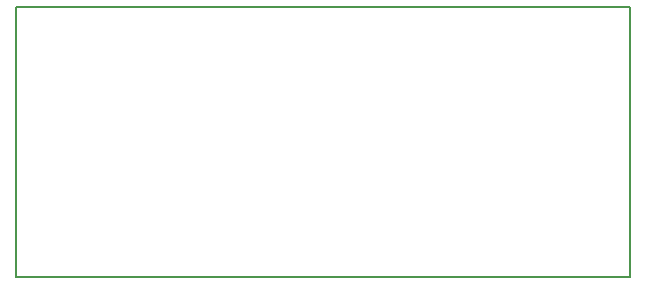
<source format=gm1>
%TF.GenerationSoftware,KiCad,Pcbnew,4.0.7*%
%TF.CreationDate,2017-11-06T20:43:19+08:00*%
%TF.ProjectId,STM32F401CCT6,53544D333246343031434354362E6B69,rev?*%
%TF.FileFunction,Profile,NP*%
%FSLAX46Y46*%
G04 Gerber Fmt 4.6, Leading zero omitted, Abs format (unit mm)*
G04 Created by KiCad (PCBNEW 4.0.7) date 11/06/17 20:43:19*
%MOMM*%
%LPD*%
G01*
G04 APERTURE LIST*
%ADD10C,0.100000*%
%ADD11C,0.150000*%
G04 APERTURE END LIST*
D10*
D11*
X-50582000Y19312000D02*
X-50580000Y-3540000D01*
X1420000Y-3540000D02*
X-50580000Y-3540000D01*
X1418000Y19312000D02*
X1420000Y-3540000D01*
X-50582000Y19312000D02*
X1418000Y19312000D01*
M02*

</source>
